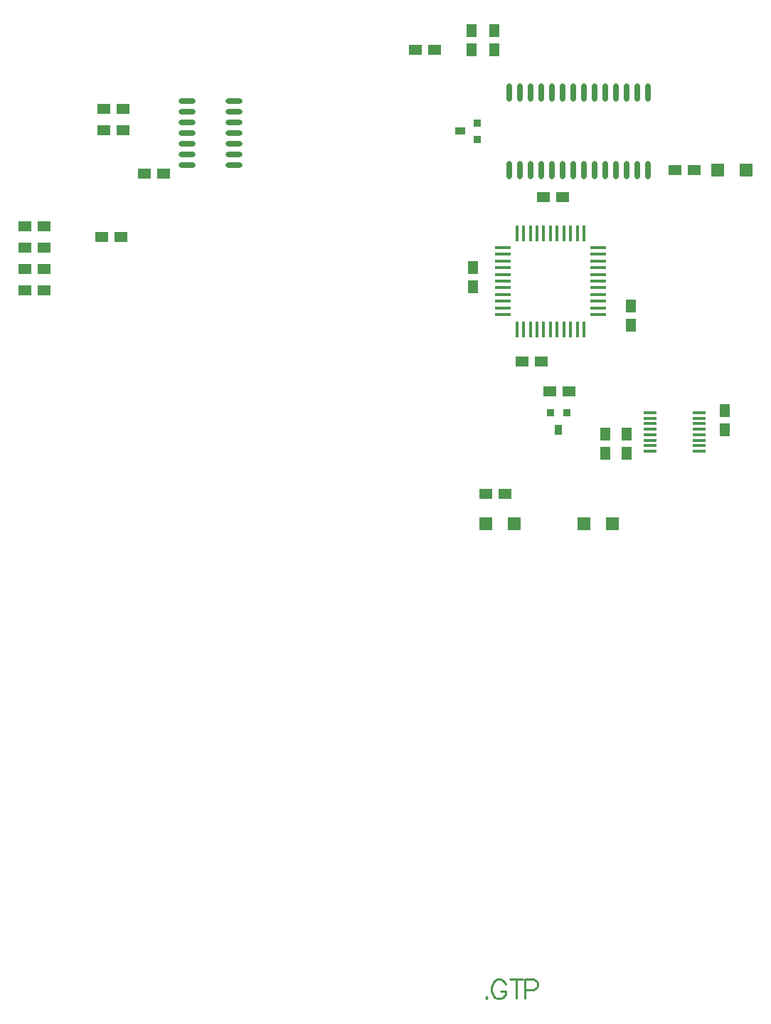
<source format=gtp>
%FSLAX44Y44*%
%MOMM*%
G71*
G01*
G75*
%ADD10C,0.2000*%
%ADD11O,0.6000X2.2000*%
%ADD12O,0.6000X2.2000*%
%ADD13R,1.5240X1.5240*%
%ADD14R,1.5240X1.2700*%
%ADD15R,1.2700X1.5240*%
%ADD16O,2.0320X0.6096*%
%ADD17R,0.4064X1.9050*%
%ADD18R,1.9050X0.4064*%
%ADD19C,1.0000*%
%ADD20R,0.9144X0.9144*%
%ADD21R,1.2700X0.9144*%
%ADD22R,1.5000X0.4000*%
%ADD23R,0.9144X1.2700*%
%ADD24C,0.2540*%
%ADD25C,0.3000*%
%ADD26C,1.0000*%
%ADD27C,0.5000*%
%ADD28C,0.8000*%
%ADD29C,0.6000*%
%ADD30C,0.2286*%
%ADD31C,1.6000*%
%ADD32R,1.6000X1.6000*%
%ADD33C,1.5000*%
%ADD34R,1.5000X1.5000*%
%ADD35C,1.4500*%
%ADD36R,1.4500X1.4500*%
%ADD37C,1.6510*%
%ADD38C,3.6000*%
%ADD39C,0.8000*%
%ADD40O,2.5400X0.7500*%
%ADD41R,2.5400X0.7500*%
%ADD42C,0.4000*%
%ADD43C,0.7000*%
%ADD44C,0.2500*%
%ADD45C,0.3048*%
%ADD46C,0.1500*%
D11*
X3013836Y2465197D02*
D03*
X2924936Y2373197D02*
D03*
X2937636D02*
D03*
X2950336D02*
D03*
X2963036D02*
D03*
X3051936D02*
D03*
X3064636D02*
D03*
X2975736Y2465197D02*
D03*
X2912236D02*
D03*
X2899536D02*
D03*
X3039236D02*
D03*
X3026536D02*
D03*
X3051936D02*
D03*
X2912236Y2373197D02*
D03*
X2950336Y2465197D02*
D03*
X2937636D02*
D03*
X2899536Y2373197D02*
D03*
X2924936Y2465197D02*
D03*
X3001136D02*
D03*
X2988436D02*
D03*
X2975736Y2373197D02*
D03*
X3039236D02*
D03*
X3013836D02*
D03*
X3001136D02*
D03*
X2988436D02*
D03*
X3026536D02*
D03*
X2963036Y2465197D02*
D03*
D12*
X3064636D02*
D03*
D13*
X3181630Y2373197D02*
D03*
X3147340D02*
D03*
X2871596Y1952117D02*
D03*
X2905886D02*
D03*
X2988436D02*
D03*
X3022726D02*
D03*
D14*
X3096542Y2373197D02*
D03*
X3119402D02*
D03*
X2810518Y2516121D02*
D03*
X2787658D02*
D03*
X2871506Y1987483D02*
D03*
X2894366D02*
D03*
X2914776Y2145157D02*
D03*
X2937636D02*
D03*
X2940176Y2340737D02*
D03*
X2963036D02*
D03*
X2488056Y2368677D02*
D03*
X2465196D02*
D03*
X2947796Y2109597D02*
D03*
X2970656D02*
D03*
X2416936Y2445867D02*
D03*
X2439796D02*
D03*
X2416936Y2420467D02*
D03*
X2439796D02*
D03*
X2322930Y2306167D02*
D03*
X2345790D02*
D03*
Y2280767D02*
D03*
X2322930D02*
D03*
X2414396Y2293467D02*
D03*
X2437256D02*
D03*
X2322930Y2255367D02*
D03*
X2345790D02*
D03*
X2322930Y2229967D02*
D03*
X2345790D02*
D03*
D15*
X2882168Y2538981D02*
D03*
Y2516121D02*
D03*
X3039236Y2058797D02*
D03*
Y2035937D02*
D03*
X3156076Y2086737D02*
D03*
Y2063877D02*
D03*
X3044316Y2188337D02*
D03*
Y2211197D02*
D03*
X3013836Y2058797D02*
D03*
Y2035937D02*
D03*
X2856356Y2256917D02*
D03*
Y2234057D02*
D03*
X2854753Y2516121D02*
D03*
Y2538981D02*
D03*
D16*
X2571876Y2378837D02*
D03*
Y2391537D02*
D03*
Y2455037D02*
D03*
X2515996Y2404237D02*
D03*
Y2378837D02*
D03*
Y2416937D02*
D03*
Y2391537D02*
D03*
X2571876Y2404237D02*
D03*
Y2429637D02*
D03*
X2515996D02*
D03*
Y2442337D02*
D03*
X2571876Y2416937D02*
D03*
Y2442337D02*
D03*
X2515996Y2455037D02*
D03*
D17*
X2956686Y2297557D02*
D03*
X2980562D02*
D03*
X2972688Y2183511D02*
D03*
X2980562D02*
D03*
X2964560D02*
D03*
X2956686D02*
D03*
X2988436Y2297557D02*
D03*
X2964560D02*
D03*
X2924682D02*
D03*
X2916808D02*
D03*
X2908680D02*
D03*
X2916808Y2183511D02*
D03*
X2924682D02*
D03*
X2932810D02*
D03*
X2988436D02*
D03*
X2932810Y2297557D02*
D03*
X2948558Y2183511D02*
D03*
X2940684Y2297557D02*
D03*
X2972688D02*
D03*
X2948558D02*
D03*
X2940684Y2183511D02*
D03*
X2908680D02*
D03*
D18*
X3005454Y2224659D02*
D03*
Y2232787D02*
D03*
Y2240661D02*
D03*
Y2200783D02*
D03*
Y2280539D02*
D03*
X2891662D02*
D03*
Y2272665D02*
D03*
Y2256663D02*
D03*
Y2240661D02*
D03*
X3005454Y2208657D02*
D03*
Y2248535D02*
D03*
Y2256663D02*
D03*
Y2264537D02*
D03*
Y2272665D02*
D03*
X2891662Y2264537D02*
D03*
Y2248535D02*
D03*
Y2224659D02*
D03*
Y2216785D02*
D03*
Y2208657D02*
D03*
Y2200783D02*
D03*
Y2232787D02*
D03*
X3005454Y2216785D02*
D03*
D20*
X2861436Y2409317D02*
D03*
Y2428367D02*
D03*
X2949066Y2084197D02*
D03*
X2968116D02*
D03*
D21*
X2841116Y2418969D02*
D03*
D22*
X3067596Y2051477D02*
D03*
Y2057977D02*
D03*
X3125596Y2044977D02*
D03*
Y2038477D02*
D03*
Y2051477D02*
D03*
Y2083977D02*
D03*
X3067596Y2038477D02*
D03*
Y2044977D02*
D03*
Y2064477D02*
D03*
Y2070977D02*
D03*
Y2077477D02*
D03*
Y2083977D02*
D03*
X3125596Y2057977D02*
D03*
Y2064477D02*
D03*
Y2077477D02*
D03*
Y2070977D02*
D03*
D23*
X2958464Y2063877D02*
D03*
D30*
X2872684Y1389144D02*
X2871596Y1388055D01*
X2872684Y1386967D01*
X2873772Y1388055D01*
X2872684Y1389144D01*
X2895104Y1404380D02*
X2894016Y1406557D01*
X2891839Y1408734D01*
X2889662Y1409822D01*
X2885309D01*
X2883132Y1408734D01*
X2880956Y1406557D01*
X2879867Y1404380D01*
X2878779Y1401115D01*
Y1395674D01*
X2879867Y1392409D01*
X2880956Y1390232D01*
X2883132Y1388055D01*
X2885309Y1386967D01*
X2889662D01*
X2891839Y1388055D01*
X2894016Y1390232D01*
X2895104Y1392409D01*
Y1395674D01*
X2889662D02*
X2895104D01*
X2907946Y1409822D02*
Y1386967D01*
X2900328Y1409822D02*
X2915565D01*
X2918286Y1397850D02*
X2928080D01*
X2931346Y1398939D01*
X2932434Y1400027D01*
X2933522Y1402204D01*
Y1405469D01*
X2932434Y1407645D01*
X2931346Y1408734D01*
X2928080Y1409822D01*
X2918286D01*
Y1386967D01*
M02*

</source>
